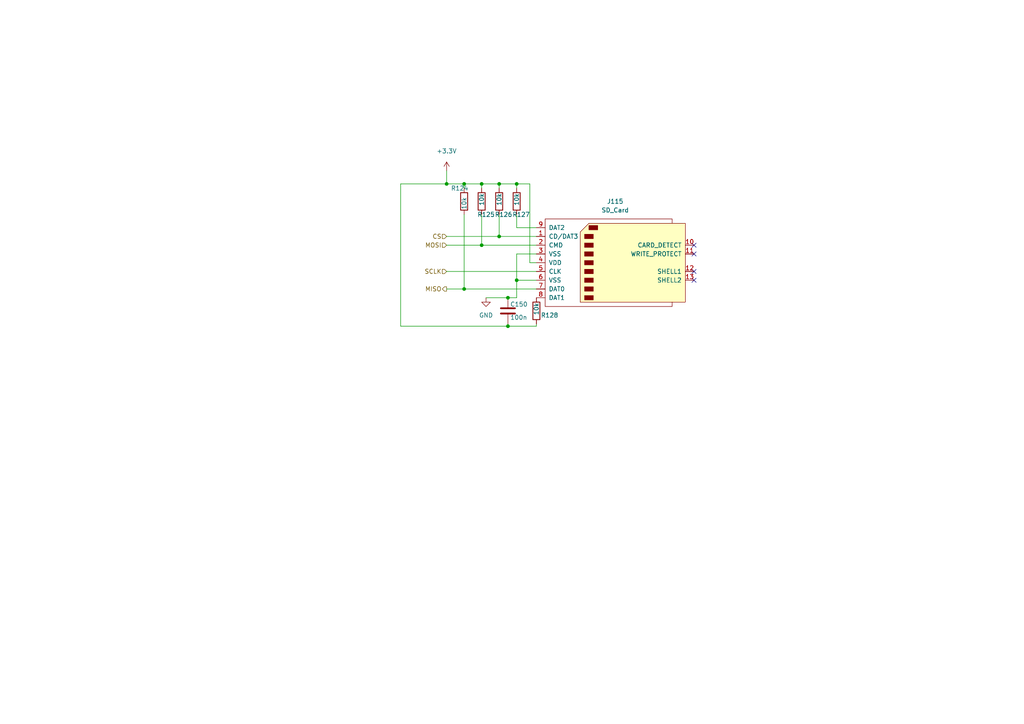
<source format=kicad_sch>
(kicad_sch (version 20211123) (generator eeschema)
  (paper "A4")
  (lib_symbols
    (symbol "Connector:SD_Card" (pin_names (offset 1.016))
      (property "Reference" "J" (at -16.51 13.97 0))
      (property "Value" "SD_Card" (at 15.24 -13.97 0))
      (symbol "SD_Card_0_1"
        (rectangle (start -8.89 -9.525) (end -6.35 -10.795) (fill (type outline)))
        (rectangle (start -8.89 -6.985) (end -6.35 -8.255) (fill (type outline)))
        (rectangle (start -8.89 -4.445) (end -6.35 -5.715) (fill (type outline)))
        (rectangle (start -8.89 -1.905) (end -6.35 -3.175) (fill (type outline)))
        (rectangle (start -8.89 0.635) (end -6.35 -0.635) (fill (type outline)))
        (rectangle (start -8.89 3.175) (end -6.35 1.905) (fill (type outline)))
        (rectangle (start -8.89 5.715) (end -6.35 4.445) (fill (type outline)))
        (rectangle (start -8.89 8.255) (end -6.35 6.985) (fill (type outline)))
        (rectangle (start -7.62 10.795) (end -5.08 9.525) (fill (type outline)))
        (polyline (pts (xy -10.16 8.89) (xy -7.62 11.43) (xy 20.32 11.43) (xy 20.32 -11.43) (xy -10.16 -11.43) (xy -10.16 8.89)) (fill (type background)))
        (polyline (pts (xy 16.51 11.43) (xy 16.51 12.7) (xy -20.32 12.7) (xy -20.32 -12.7) (xy 16.51 -12.7) (xy 16.51 -11.43)))
      )
      (symbol "SD_Card_1_1"
        (pin input line (at -22.86 7.62 0) (length 2.54) (name "CD/DAT3") (number "1"))
        (pin input line (at 22.86 5.08 180) (length 2.54) (name "CARD_DETECT") (number "10"))
        (pin input line (at 22.86 2.54 180) (length 2.54) (name "WRITE_PROTECT") (number "11"))
        (pin input line (at 22.86 -2.54 180) (length 2.54) (name "SHELL1") (number "12"))
        (pin input line (at 22.86 -5.08 180) (length 2.54) (name "SHELL2") (number "13"))
        (pin input line (at -22.86 5.08 0) (length 2.54) (name "CMD") (number "2"))
        (pin power_in line (at -22.86 2.54 0) (length 2.54) (name "VSS") (number "3"))
        (pin power_in line (at -22.86 0 0) (length 2.54) (name "VDD") (number "4"))
        (pin input line (at -22.86 -2.54 0) (length 2.54) (name "CLK") (number "5"))
        (pin power_in line (at -22.86 -5.08 0) (length 2.54) (name "VSS") (number "6"))
        (pin input line (at -22.86 -7.62 0) (length 2.54) (name "DAT0") (number "7"))
        (pin input line (at -22.86 -10.16 0) (length 2.54) (name "DAT1") (number "8"))
        (pin input line (at -22.86 10.16 0) (length 2.54) (name "DAT2") (number "9"))
      )
    )
    (symbol "Device:C" (pin_numbers hide) (pin_names (offset 0.254))
      (property "Reference" "C" (at 0.635 2.54 0))
      (property "Value" "C" (at 0.635 -2.54 0))
      (symbol "C_0_1"
        (polyline (pts (xy -2.032 -0.762) (xy 2.032 -0.762)) (stroke (width 0.508)))
        (polyline (pts (xy -2.032 0.762) (xy 2.032 0.762)) (stroke (width 0.508)))
      )
      (symbol "C_1_1"
        (pin passive line (at 0 3.81 270) (length 2.794) (name "~") (number "1"))
        (pin passive line (at 0 -3.81 90) (length 2.794) (name "~") (number "2"))
      )
    )
    (symbol "Device:R" (pin_numbers hide) (pin_names (offset 0))
      (property "Reference" "R" (at 2.032 0 90))
      (property "Value" "R" (at 0 0 90))
      (symbol "R_0_1"
        (rectangle (start -1.016 -2.54) (end 1.016 2.54) (stroke (width 0.254)))
      )
      (symbol "R_1_1"
        (pin passive line (at 0 3.81 270) (length 1.27) (name "~") (number "1"))
        (pin passive line (at 0 -3.81 90) (length 1.27) (name "~") (number "2"))
      )
    )
    (symbol "power:+3.3V" (power) (pin_names (offset 0))
      (property "Value" "+3.3V" (at 0 3.556 0))
      (symbol "+3.3V_0_1"
        (polyline (pts (xy -0.762 1.27) (xy 0 2.54)))
        (polyline (pts (xy 0 0) (xy 0 2.54)))
        (polyline (pts (xy 0 2.54) (xy 0.762 1.27)))
      )
      (symbol "+3.3V_1_1"
        (pin power_in line (at 0 0 90) (length 0) hide (name "+3.3V") (number "1"))
      )
    )
    (symbol "power:GND" (power) (pin_names (offset 0))
      (property "Value" "GND" (at 0 -3.81 0))
      (symbol "GND_0_1"
        (polyline (pts (xy 0 0) (xy 0 -1.27) (xy 1.27 -1.27) (xy 0 -2.54) (xy -1.27 -1.27) (xy 0 -1.27)))
      )
      (symbol "GND_1_1"
        (pin power_in line (at 0 0 270) (length 0) hide (name "GND") (number "1"))
      )
    )
  )
  (junction (at 149.86 81.28))
  (junction (at 147.32 94.615))
  (junction (at 144.78 53.34))
  (junction (at 139.7 53.34))
  (junction (at 147.32 86.36))
  (junction (at 129.54 53.34))
  (junction (at 149.86 53.34))
  (junction (at 144.78 68.58))
  (junction (at 134.62 53.34))
  (junction (at 134.62 83.82))
  (junction (at 139.7 71.12))
  (no_connect (at 201.295 73.66))
  (no_connect (at 201.295 71.12))
  (no_connect (at 201.295 81.28))
  (no_connect (at 201.295 78.74))
  (wire (pts (xy 147.32 86.36) (xy 149.86 86.36)))
  (wire (pts (xy 139.7 53.34) (xy 139.7 54.61)))
  (wire (pts (xy 139.7 71.12) (xy 155.575 71.12)))
  (wire (pts (xy 140.97 86.36) (xy 147.32 86.36)))
  (wire (pts (xy 139.7 62.23) (xy 139.7 71.12)))
  (wire (pts (xy 149.86 66.04) (xy 155.575 66.04)))
  (wire (pts (xy 153.67 76.2) (xy 153.67 53.34)))
  (wire (pts (xy 129.54 78.74) (xy 155.575 78.74)))
  (wire (pts (xy 144.78 53.34) (xy 144.78 54.61)))
  (wire (pts (xy 147.32 93.98) (xy 147.32 94.615)))
  (wire (pts (xy 134.62 53.34) (xy 139.7 53.34)))
  (wire (pts (xy 129.54 83.82) (xy 134.62 83.82)))
  (wire (pts (xy 129.54 68.58) (xy 144.78 68.58)))
  (wire (pts (xy 144.78 68.58) (xy 155.575 68.58)))
  (wire (pts (xy 134.62 83.82) (xy 155.575 83.82)))
  (wire (pts (xy 149.86 81.28) (xy 149.86 86.36)))
  (wire (pts (xy 144.78 53.34) (xy 149.86 53.34)))
  (wire (pts (xy 155.575 73.66) (xy 149.86 73.66)))
  (wire (pts (xy 149.86 62.23) (xy 149.86 66.04)))
  (wire (pts (xy 144.78 62.23) (xy 144.78 68.58)))
  (wire (pts (xy 116.205 94.615) (xy 147.32 94.615)))
  (wire (pts (xy 149.86 53.34) (xy 149.86 54.61)))
  (wire (pts (xy 139.7 53.34) (xy 144.78 53.34)))
  (wire (pts (xy 147.32 94.615) (xy 155.575 94.615)))
  (wire (pts (xy 129.54 71.12) (xy 139.7 71.12)))
  (wire (pts (xy 149.86 73.66) (xy 149.86 81.28)))
  (wire (pts (xy 129.54 53.34) (xy 116.205 53.34)))
  (wire (pts (xy 149.86 81.28) (xy 155.575 81.28)))
  (wire (pts (xy 149.86 53.34) (xy 153.67 53.34)))
  (wire (pts (xy 129.54 49.53) (xy 129.54 53.34)))
  (wire (pts (xy 155.575 93.98) (xy 155.575 94.615)))
  (wire (pts (xy 155.575 76.2) (xy 153.67 76.2)))
  (wire (pts (xy 129.54 53.34) (xy 134.62 53.34)))
  (wire (pts (xy 116.205 53.34) (xy 116.205 94.615)))
  (wire (pts (xy 134.62 62.23) (xy 134.62 83.82)))
  (wire (pts (xy 134.62 53.34) (xy 134.62 54.61)))
  (hierarchical_label "SCLK" (shape input) (at 129.54 78.74 180))
  (hierarchical_label "MOSI" (shape input) (at 129.54 71.12 180))
  (hierarchical_label "CS" (shape input) (at 129.54 68.58 180))
  (hierarchical_label "MISO" (shape output) (at 129.54 83.82 180))
  (symbol (lib_id "power:GND") (at 140.97 86.36 0) (unit 1)
    (property "Reference" "#PWR0139" (effects hide))
    (property "Value" "GND" (at 140.97 91.44 0))
  )
  (symbol (lib_id "Device:R") (at 139.7 58.42 0) (unit 1)
    (property "Reference" "R125" (at 138.43 62.23 0) (effects (justify left)))
    (property "Value" "10k" (at 139.7 59.69 90) (effects (justify left)))
    (property "Footprint" "Resistor_SMD:R_0805_2012Metric_Pad1.20x1.40mm_HandSolder" (effects hide))
    (property "Purchase" "https://www.digikey.no/no/products/detail/yageo/AC0805FR-0710KL/2827834" (effects hide))
  )
  (symbol (lib_id "Device:C") (at 147.32 90.17 0) (unit 1)
    (property "Reference" "C150" (at 147.955 88.265 0) (effects (justify left)))
    (property "Value" "100n" (at 147.955 92.075 0) (effects (justify left)))
    (property "Footprint" "Capacitor_SMD:C_0805_2012Metric_Pad1.18x1.45mm_HandSolder" (effects hide))
    (property "Purchase" "https://www.digikey.no/no/products/detail/taiyo-yuden/LMF212B7104KGHT/10379109" (effects hide))
  )
  (symbol (lib_id "Connector:SD_Card") (at 178.435 76.2 0) (unit 1)
    (property "Reference" "J115" (at 178.435 58.42 0))
    (property "Value" "SD_Card" (at 178.435 60.96 0))
    (property "Footprint" "Connector_Card:SD_Kyocera_145638009511859+" (effects hide))
    (property "Datasheet" "http://portal.fciconnect.com/Comergent//fci/drawing/10067847.pdf" (effects hide))
  )
  (symbol (lib_id "Device:R") (at 144.78 58.42 0) (unit 1)
    (property "Reference" "R126" (at 143.51 62.23 0) (effects (justify left)))
    (property "Value" "10k" (at 144.78 59.69 90) (effects (justify left)))
    (property "Footprint" "Resistor_SMD:R_0805_2012Metric_Pad1.20x1.40mm_HandSolder" (effects hide))
    (property "Purchase" "https://www.digikey.no/no/products/detail/yageo/AC0805FR-0710KL/2827834" (effects hide))
  )
  (symbol (lib_id "power:+3.3V") (at 129.54 49.53 0) (unit 1)
    (property "Reference" "#PWR0138" (effects hide))
    (property "Value" "+3.3V" (at 129.54 43.815 0))
  )
  (symbol (lib_id "Device:R") (at 134.62 58.42 180) (unit 1)
    (property "Reference" "R124" (at 135.89 54.61 0) (effects (justify left)))
    (property "Value" "10k" (at 134.62 57.15 90) (effects (justify left)))
    (property "Footprint" "Resistor_SMD:R_0805_2012Metric_Pad1.20x1.40mm_HandSolder" (effects hide))
    (property "Purchase" "https://www.digikey.no/no/products/detail/yageo/AC0805FR-0710KL/2827834" (effects hide))
  )
  (symbol (lib_id "Device:R") (at 149.86 58.42 0) (unit 1)
    (property "Reference" "R127" (at 148.59 62.23 0) (effects (justify left)))
    (property "Value" "10k" (at 149.86 59.69 90) (effects (justify left)))
    (property "Footprint" "Resistor_SMD:R_0805_2012Metric_Pad1.20x1.40mm_HandSolder" (effects hide))
    (property "Purchase" "https://www.digikey.no/no/products/detail/yageo/AC0805FR-0710KL/2827834" (effects hide))
  )
  (symbol (lib_id "Device:R") (at 155.575 90.17 0) (unit 1)
    (property "Reference" "R128" (at 156.845 91.44 0) (effects (justify left)))
    (property "Value" "10k" (at 155.575 91.44 90) (effects (justify left)))
    (property "Footprint" "Resistor_SMD:R_0805_2012Metric_Pad1.20x1.40mm_HandSolder" (effects hide))
    (property "Purchase" "https://www.digikey.no/no/products/detail/yageo/AC0805FR-0710KL/2827834" (effects hide))
  )
)
</source>
